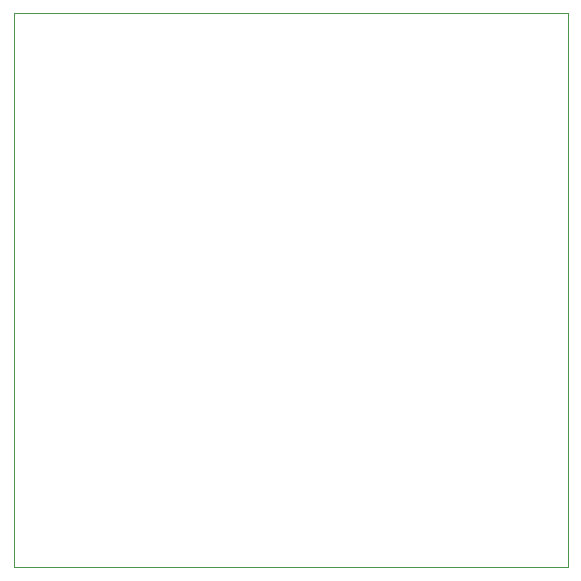
<source format=gbr>
%TF.GenerationSoftware,Altium Limited,Altium Designer,24.3.1 (35)*%
G04 Layer_Color=0*
%FSLAX45Y45*%
%MOMM*%
%TF.SameCoordinates,7C6FA559-6846-49D2-A138-5929247D84D2*%
%TF.FilePolarity,Positive*%
%TF.FileFunction,Profile,NP*%
%TF.Part,Single*%
G01*
G75*
%TA.AperFunction,Profile*%
%ADD14C,0.02540*%
D14*
X2540000Y2540000D02*
X7226300D01*
Y7226300D01*
X2540000D01*
Y2540000D01*
%TF.MD5,b23aef04f1d881d71ae6c91ce1dbde0b*%
M02*

</source>
